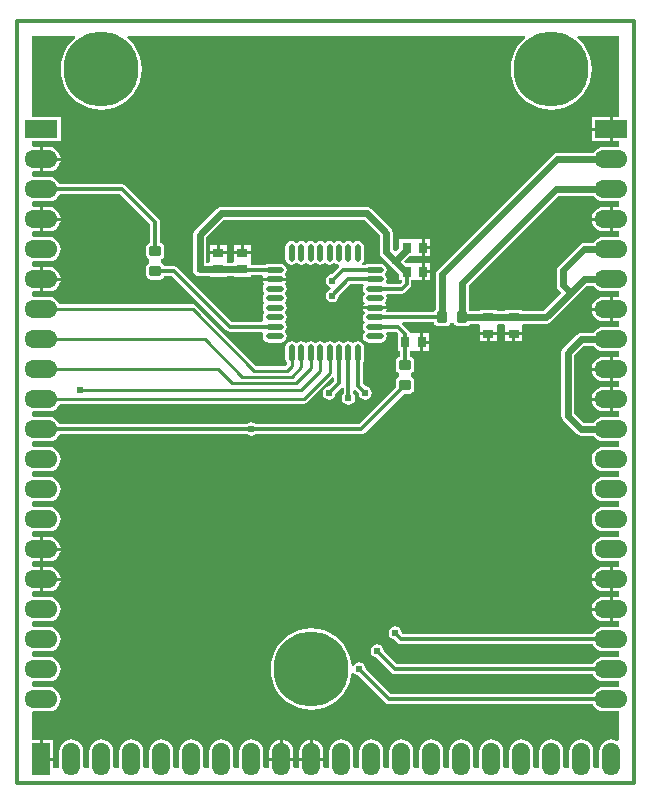
<source format=gtl>
G04*
G04 #@! TF.GenerationSoftware,Altium Limited,Altium Designer,19.0.12 (326)*
G04*
G04 Layer_Physical_Order=1*
G04 Layer_Color=255*
%FSLAX25Y25*%
%MOIN*%
G70*
G01*
G75*
%ADD12C,0.01181*%
%ADD14C,0.01000*%
%ADD17O,0.05906X0.02165*%
%ADD18O,0.02165X0.05906*%
G04:AMPARAMS|DCode=19|XSize=39.37mil|YSize=35.43mil|CornerRadius=4.43mil|HoleSize=0mil|Usage=FLASHONLY|Rotation=180.000|XOffset=0mil|YOffset=0mil|HoleType=Round|Shape=RoundedRectangle|*
%AMROUNDEDRECTD19*
21,1,0.03937,0.02657,0,0,180.0*
21,1,0.03051,0.03543,0,0,180.0*
1,1,0.00886,-0.01526,0.01329*
1,1,0.00886,0.01526,0.01329*
1,1,0.00886,0.01526,-0.01329*
1,1,0.00886,-0.01526,-0.01329*
%
%ADD19ROUNDEDRECTD19*%
%ADD20R,0.02953X0.03740*%
%ADD21R,0.03740X0.02953*%
G04:AMPARAMS|DCode=22|XSize=39.37mil|YSize=35.43mil|CornerRadius=4.43mil|HoleSize=0mil|Usage=FLASHONLY|Rotation=90.000|XOffset=0mil|YOffset=0mil|HoleType=Round|Shape=RoundedRectangle|*
%AMROUNDEDRECTD22*
21,1,0.03937,0.02657,0,0,90.0*
21,1,0.03051,0.03543,0,0,90.0*
1,1,0.00886,0.01329,0.01526*
1,1,0.00886,0.01329,-0.01526*
1,1,0.00886,-0.01329,-0.01526*
1,1,0.00886,-0.01329,0.01526*
%
%ADD22ROUNDEDRECTD22*%
%ADD34C,0.02200*%
%ADD35C,0.01200*%
%ADD36C,0.25000*%
%ADD37R,0.11000X0.06000*%
%ADD38O,0.11000X0.06000*%
%ADD39R,0.06000X0.11000*%
%ADD40O,0.06000X0.11000*%
%ADD41C,0.03400*%
%ADD42C,0.02400*%
G36*
X200457Y222000D02*
X198500D01*
Y218000D01*
Y214000D01*
X200457D01*
Y212035D01*
X195500D01*
X194456Y211897D01*
X193483Y211494D01*
X192647Y210853D01*
X192101Y210141D01*
X180000D01*
X179181Y209978D01*
X178486Y209514D01*
X140139Y171168D01*
X139675Y170473D01*
X139512Y169653D01*
Y157994D01*
X139285Y157842D01*
X138966Y157364D01*
X138875Y156907D01*
X123314D01*
X122994Y157507D01*
X123064Y157613D01*
X123126Y157925D01*
X119232D01*
X115338D01*
X115400Y157613D01*
X115861Y156924D01*
Y156777D01*
X115400Y156088D01*
X115239Y155276D01*
X115400Y154463D01*
X115861Y153774D01*
Y153628D01*
X115400Y152939D01*
X115239Y152126D01*
X115400Y151313D01*
X115861Y150625D01*
Y150478D01*
X115400Y149789D01*
X115239Y148976D01*
X115400Y148164D01*
X115861Y147475D01*
X116550Y147014D01*
X117362Y146853D01*
X121102D01*
X121915Y147014D01*
X122604Y147475D01*
X123064Y148164D01*
X123226Y148976D01*
X123064Y149789D01*
X122994Y149895D01*
X123314Y150495D01*
X126198D01*
X126402Y150291D01*
X126768Y149870D01*
X126768D01*
X126768Y149870D01*
Y144130D01*
X127613D01*
Y142125D01*
X127155Y142034D01*
X126678Y141716D01*
X126359Y141238D01*
X126247Y140675D01*
Y138018D01*
X126359Y137455D01*
X126678Y136977D01*
X127155Y136659D01*
X127276Y136635D01*
Y135365D01*
X127155Y135342D01*
X126678Y135023D01*
X126359Y134545D01*
X126247Y133982D01*
Y131964D01*
X113915Y119631D01*
X79518D01*
X78858Y120072D01*
X78000Y120243D01*
X77142Y120072D01*
X76482Y119631D01*
X14154D01*
X13994Y120017D01*
X13353Y120853D01*
X12517Y121494D01*
X11544Y121897D01*
X10500Y122035D01*
X5500D01*
X5494Y122034D01*
X5043Y122429D01*
Y123571D01*
X5494Y123966D01*
X5500Y123966D01*
X10500D01*
X11544Y124103D01*
X12517Y124506D01*
X13353Y125147D01*
X13994Y125983D01*
X14196Y126471D01*
X95500D01*
X96085Y126587D01*
X96581Y126919D01*
X104993Y135330D01*
X105593Y135099D01*
Y133900D01*
X103920Y132227D01*
X103142Y132072D01*
X102414Y131586D01*
X101928Y130858D01*
X101757Y130000D01*
X101928Y129142D01*
X102414Y128414D01*
X103142Y127928D01*
X104000Y127757D01*
X104858Y127928D01*
X105586Y128414D01*
X106072Y129142D01*
X106227Y129920D01*
X108143Y131836D01*
X108743Y131587D01*
Y129892D01*
X108302Y129232D01*
X108131Y128374D01*
X108302Y127516D01*
X108788Y126788D01*
X109516Y126302D01*
X110374Y126131D01*
X111232Y126302D01*
X111960Y126788D01*
X112446Y127516D01*
X112617Y128374D01*
X112446Y129232D01*
X112005Y129892D01*
Y130839D01*
X112605Y131088D01*
X113773Y129920D01*
X113928Y129142D01*
X114414Y128414D01*
X115142Y127928D01*
X116000Y127757D01*
X116858Y127928D01*
X117586Y128414D01*
X118072Y129142D01*
X118243Y130000D01*
X118072Y130858D01*
X117586Y131586D01*
X116858Y132072D01*
X116080Y132227D01*
X115155Y133152D01*
Y140090D01*
X115485Y140585D01*
X115647Y141398D01*
Y145138D01*
X115485Y145950D01*
X115025Y146639D01*
X114336Y147100D01*
X113524Y147261D01*
X112711Y147100D01*
X112022Y146639D01*
X111875D01*
X111187Y147100D01*
X110374Y147261D01*
X109561Y147100D01*
X108872Y146639D01*
X108726D01*
X108037Y147100D01*
X107224Y147261D01*
X106412Y147100D01*
X105723Y146639D01*
X105576D01*
X104887Y147100D01*
X104075Y147261D01*
X103262Y147100D01*
X102573Y146639D01*
X102427D01*
X101738Y147100D01*
X100925Y147261D01*
X100113Y147100D01*
X99424Y146639D01*
X99277D01*
X98588Y147100D01*
X97776Y147261D01*
X96963Y147100D01*
X96274Y146639D01*
X96127D01*
X95439Y147100D01*
X94626Y147261D01*
X93813Y147100D01*
X93125Y146639D01*
X92978D01*
X92289Y147100D01*
X91476Y147261D01*
X90664Y147100D01*
X89975Y146639D01*
X89514Y145950D01*
X89353Y145138D01*
Y141398D01*
X89514Y140585D01*
X89947Y139938D01*
Y139610D01*
X89367Y139029D01*
X79633D01*
X59581Y159081D01*
X59085Y159413D01*
X58500Y159529D01*
X14196D01*
X13994Y160017D01*
X13353Y160853D01*
X12517Y161494D01*
X11544Y161897D01*
X10500Y162034D01*
X5500D01*
X5494Y162034D01*
X5043Y162429D01*
Y163571D01*
X5494Y163966D01*
X5500Y163965D01*
X7500D01*
Y168000D01*
Y172035D01*
X5500D01*
X5494Y172034D01*
X5043Y172429D01*
Y173571D01*
X5494Y173966D01*
X5500Y173966D01*
X10500D01*
X11544Y174103D01*
X12517Y174506D01*
X13353Y175147D01*
X13994Y175983D01*
X14397Y176956D01*
X14535Y178000D01*
X14397Y179044D01*
X13994Y180017D01*
X13353Y180853D01*
X12517Y181494D01*
X11544Y181897D01*
X10500Y182035D01*
X5500D01*
X5494Y182034D01*
X5043Y182429D01*
Y183571D01*
X5494Y183966D01*
X5500Y183966D01*
X7500D01*
Y188000D01*
Y192034D01*
X5500D01*
X5494Y192034D01*
X5043Y192429D01*
Y193571D01*
X5494Y193966D01*
X5500Y193965D01*
X10500D01*
X11544Y194103D01*
X12517Y194506D01*
X13353Y195147D01*
X13994Y195983D01*
X14154Y196369D01*
X34324D01*
X44369Y186324D01*
Y180125D01*
X43911Y180034D01*
X43434Y179716D01*
X43115Y179238D01*
X43003Y178675D01*
Y176018D01*
X43115Y175455D01*
X43434Y174977D01*
X43911Y174659D01*
X44032Y174635D01*
Y173365D01*
X43911Y173342D01*
X43434Y173023D01*
X43115Y172545D01*
X43003Y171982D01*
Y169325D01*
X43115Y168762D01*
X43434Y168284D01*
X43911Y167966D01*
X44474Y167854D01*
X47526D01*
X48089Y167966D01*
X48566Y168284D01*
X48885Y168762D01*
X48937Y169022D01*
X51671D01*
X69721Y150972D01*
X70250Y150619D01*
X70874Y150495D01*
X81686D01*
X82006Y149895D01*
X81936Y149789D01*
X81774Y148976D01*
X81936Y148164D01*
X82396Y147475D01*
X83085Y147014D01*
X83898Y146853D01*
X87638D01*
X88450Y147014D01*
X89139Y147475D01*
X89600Y148164D01*
X89761Y148976D01*
X89600Y149789D01*
X89139Y150478D01*
Y150625D01*
X89600Y151313D01*
X89761Y152126D01*
X89600Y152939D01*
X89139Y153628D01*
Y153774D01*
X89600Y154463D01*
X89761Y155276D01*
X89600Y156088D01*
X89139Y156777D01*
Y156924D01*
X89600Y157613D01*
X89761Y158425D01*
X89600Y159238D01*
X89139Y159927D01*
Y160073D01*
X89600Y160762D01*
X89761Y161575D01*
X89600Y162387D01*
X89139Y163076D01*
Y163223D01*
X89600Y163912D01*
X89761Y164724D01*
X89600Y165537D01*
X89139Y166226D01*
Y166373D01*
X89600Y167061D01*
X89662Y167374D01*
X85768D01*
X81874D01*
X81936Y167061D01*
X82396Y166373D01*
Y166226D01*
X81936Y165537D01*
X81774Y164724D01*
X81936Y163912D01*
X82396Y163223D01*
Y163076D01*
X81936Y162387D01*
X81774Y161575D01*
X81936Y160762D01*
X82396Y160073D01*
Y159927D01*
X81936Y159238D01*
X81774Y158425D01*
X81936Y157613D01*
X82396Y156924D01*
Y156777D01*
X81936Y156088D01*
X81774Y155276D01*
X81936Y154463D01*
X82006Y154357D01*
X81686Y153757D01*
X71550D01*
X53500Y171807D01*
X52971Y172161D01*
X52346Y172285D01*
X48937D01*
X48885Y172545D01*
X48566Y173023D01*
X48089Y173342D01*
X47969Y173365D01*
Y174635D01*
X48089Y174659D01*
X48566Y174977D01*
X48885Y175455D01*
X48997Y176018D01*
Y178675D01*
X48885Y179238D01*
X48566Y179716D01*
X48089Y180034D01*
X47631Y180125D01*
Y187000D01*
X47507Y187624D01*
X47153Y188154D01*
X36154Y199153D01*
X35624Y199507D01*
X35000Y199631D01*
X14154D01*
X13994Y200017D01*
X13353Y200853D01*
X12517Y201494D01*
X11544Y201897D01*
X10500Y202034D01*
X5500D01*
X5494Y202034D01*
X5043Y202429D01*
Y203571D01*
X5494Y203966D01*
X5500Y203965D01*
X7500D01*
Y208000D01*
Y212035D01*
X5500D01*
X5494Y212034D01*
X5043Y212429D01*
Y214000D01*
X14500D01*
Y222000D01*
X5043D01*
Y248957D01*
X19118D01*
X19340Y248357D01*
X18425Y247575D01*
X17044Y245960D01*
X15934Y244148D01*
X15121Y242185D01*
X14625Y240118D01*
X14458Y238000D01*
X14625Y235882D01*
X15121Y233815D01*
X15934Y231852D01*
X17044Y230040D01*
X18425Y228425D01*
X20040Y227045D01*
X21852Y225934D01*
X23815Y225121D01*
X25882Y224625D01*
X28000Y224458D01*
X30118Y224625D01*
X32185Y225121D01*
X34148Y225934D01*
X35960Y227045D01*
X37576Y228425D01*
X38956Y230040D01*
X40066Y231852D01*
X40879Y233815D01*
X41375Y235882D01*
X41542Y238000D01*
X41375Y240118D01*
X40879Y242185D01*
X40066Y244148D01*
X38956Y245960D01*
X37576Y247575D01*
X36661Y248357D01*
X36882Y248957D01*
X169118D01*
X169340Y248357D01*
X168424Y247575D01*
X167044Y245960D01*
X165934Y244148D01*
X165121Y242185D01*
X164625Y240118D01*
X164458Y238000D01*
X164625Y235882D01*
X165121Y233815D01*
X165934Y231852D01*
X167044Y230040D01*
X168424Y228425D01*
X170040Y227045D01*
X171852Y225934D01*
X173815Y225121D01*
X175882Y224625D01*
X178000Y224458D01*
X180118Y224625D01*
X182185Y225121D01*
X184148Y225934D01*
X185960Y227045D01*
X187575Y228425D01*
X188955Y230040D01*
X190066Y231852D01*
X190879Y233815D01*
X191375Y235882D01*
X191542Y238000D01*
X191375Y240118D01*
X190879Y242185D01*
X190066Y244148D01*
X188955Y245960D01*
X187575Y247575D01*
X186661Y248357D01*
X186882Y248957D01*
X200457D01*
Y222000D01*
D02*
G37*
G36*
X192647Y195147D02*
X193483Y194506D01*
X194456Y194103D01*
X195500Y193965D01*
X200457D01*
Y192034D01*
X198500D01*
Y188000D01*
Y183966D01*
X200457D01*
Y182035D01*
X195500D01*
X194456Y181897D01*
X193483Y181494D01*
X192647Y180853D01*
X192101Y180141D01*
X189000D01*
X188181Y179978D01*
X187486Y179514D01*
X180486Y172514D01*
X180022Y171819D01*
X179859Y171000D01*
Y166000D01*
X180022Y165181D01*
X180486Y164486D01*
X181472Y163500D01*
X175389Y157417D01*
X168370D01*
Y157752D01*
X162630D01*
Y157417D01*
X159870D01*
Y157752D01*
X154130D01*
Y157417D01*
X150999D01*
X150715Y157842D01*
X150488Y157994D01*
Y165960D01*
X180387Y195859D01*
X192101D01*
X192647Y195147D01*
D02*
G37*
G36*
Y165147D02*
X193483Y164506D01*
X194456Y164103D01*
X195500Y163965D01*
X200457D01*
Y162034D01*
X198500D01*
Y158000D01*
Y153965D01*
X200457D01*
Y152034D01*
X195500D01*
X194456Y151897D01*
X193483Y151494D01*
X192647Y150853D01*
X192101Y150141D01*
X188000D01*
X187181Y149978D01*
X186486Y149514D01*
X181986Y145014D01*
X181522Y144319D01*
X181359Y143500D01*
Y122500D01*
X181522Y121681D01*
X181986Y120986D01*
X186486Y116486D01*
X187181Y116022D01*
X188000Y115859D01*
X192101D01*
X192647Y115147D01*
X193483Y114506D01*
X194456Y114103D01*
X195500Y113965D01*
X200457D01*
Y112034D01*
X195500D01*
X194456Y111897D01*
X193483Y111494D01*
X192647Y110853D01*
X192006Y110017D01*
X191603Y109044D01*
X191465Y108000D01*
X191603Y106956D01*
X192006Y105983D01*
X192647Y105147D01*
X193483Y104506D01*
X194456Y104103D01*
X195500Y103965D01*
X200457D01*
Y102034D01*
X195500D01*
X194456Y101897D01*
X193483Y101494D01*
X192647Y100853D01*
X192006Y100017D01*
X191603Y99044D01*
X191465Y98000D01*
X191603Y96956D01*
X192006Y95983D01*
X192647Y95147D01*
X193483Y94506D01*
X194456Y94103D01*
X195500Y93966D01*
X200457D01*
Y92035D01*
X195500D01*
X194456Y91897D01*
X193483Y91494D01*
X192647Y90853D01*
X192006Y90017D01*
X191603Y89044D01*
X191465Y88000D01*
X191603Y86956D01*
X192006Y85983D01*
X192647Y85147D01*
X193483Y84506D01*
X194456Y84103D01*
X195500Y83965D01*
X200457D01*
Y82034D01*
X195500D01*
X194456Y81897D01*
X193483Y81494D01*
X192647Y80853D01*
X192006Y80017D01*
X191603Y79044D01*
X191465Y78000D01*
X191603Y76956D01*
X192006Y75983D01*
X192647Y75147D01*
X193483Y74506D01*
X194456Y74103D01*
X195500Y73966D01*
X200457D01*
Y72035D01*
X198500D01*
Y68000D01*
Y63965D01*
X200457D01*
Y62034D01*
X198500D01*
Y58000D01*
Y53966D01*
X200457D01*
Y52034D01*
X195500D01*
X194456Y51897D01*
X193483Y51494D01*
X192647Y50853D01*
X192006Y50017D01*
X191846Y49631D01*
X128676D01*
X128227Y50080D01*
X128072Y50858D01*
X127586Y51586D01*
X126858Y52072D01*
X126000Y52243D01*
X125142Y52072D01*
X124414Y51586D01*
X123928Y50858D01*
X123757Y50000D01*
X123928Y49142D01*
X124414Y48414D01*
X125142Y47928D01*
X125920Y47773D01*
X126847Y46847D01*
X127376Y46493D01*
X128000Y46369D01*
X191846D01*
X192006Y45983D01*
X192647Y45147D01*
X193483Y44506D01*
X194456Y44103D01*
X195500Y43966D01*
X200457D01*
Y42035D01*
X195500D01*
X194456Y41897D01*
X193483Y41494D01*
X192647Y40853D01*
X192006Y40017D01*
X191846Y39631D01*
X126676D01*
X122227Y44080D01*
X122072Y44858D01*
X121586Y45586D01*
X120858Y46072D01*
X120000Y46243D01*
X119142Y46072D01*
X118414Y45586D01*
X117928Y44858D01*
X117757Y44000D01*
X117928Y43142D01*
X118414Y42414D01*
X119142Y41928D01*
X119920Y41773D01*
X124846Y36847D01*
X125376Y36493D01*
X126000Y36369D01*
X191846D01*
X192006Y35983D01*
X192647Y35147D01*
X193483Y34506D01*
X194456Y34103D01*
X195500Y33966D01*
X200457D01*
Y32035D01*
X195500D01*
X194456Y31897D01*
X193483Y31494D01*
X192647Y30853D01*
X192006Y30017D01*
X191846Y29631D01*
X124676D01*
X116227Y38080D01*
X116072Y38858D01*
X115586Y39586D01*
X114858Y40072D01*
X114000Y40243D01*
X113142Y40072D01*
X112414Y39586D01*
X112060Y39057D01*
X111446Y39217D01*
X111375Y40118D01*
X110879Y42185D01*
X110066Y44148D01*
X108956Y45960D01*
X107576Y47576D01*
X105960Y48956D01*
X104148Y50066D01*
X102185Y50879D01*
X100118Y51375D01*
X98000Y51542D01*
X95882Y51375D01*
X93815Y50879D01*
X91852Y50066D01*
X90040Y48956D01*
X88424Y47576D01*
X87045Y45960D01*
X85934Y44148D01*
X85121Y42185D01*
X84625Y40118D01*
X84458Y38000D01*
X84625Y35882D01*
X85121Y33815D01*
X85934Y31852D01*
X87045Y30040D01*
X88424Y28425D01*
X90040Y27044D01*
X91852Y25934D01*
X93815Y25121D01*
X95882Y24625D01*
X98000Y24458D01*
X100118Y24625D01*
X102185Y25121D01*
X104148Y25934D01*
X105960Y27044D01*
X107576Y28425D01*
X108956Y30040D01*
X110066Y31852D01*
X110879Y33815D01*
X111375Y35882D01*
X111446Y36783D01*
X112060Y36943D01*
X112414Y36414D01*
X113142Y35928D01*
X113920Y35773D01*
X122846Y26847D01*
X123376Y26493D01*
X124000Y26369D01*
X124000Y26369D01*
X191846D01*
X192006Y25983D01*
X192647Y25147D01*
X193483Y24506D01*
X194456Y24103D01*
X195500Y23966D01*
X200457D01*
Y14338D01*
X199857Y14060D01*
X199044Y14397D01*
X198000Y14535D01*
X196956Y14397D01*
X195983Y13994D01*
X195147Y13353D01*
X194506Y12517D01*
X194103Y11544D01*
X193965Y10500D01*
Y5500D01*
X193966Y5494D01*
X193571Y5043D01*
X192429D01*
X192034Y5494D01*
X192034Y5500D01*
Y10500D01*
X191897Y11544D01*
X191494Y12517D01*
X190853Y13353D01*
X190017Y13994D01*
X189044Y14397D01*
X188000Y14535D01*
X186956Y14397D01*
X185983Y13994D01*
X185147Y13353D01*
X184506Y12517D01*
X184103Y11544D01*
X183966Y10500D01*
Y5500D01*
X183966Y5494D01*
X183571Y5043D01*
X182429D01*
X182034Y5494D01*
X182035Y5500D01*
Y10500D01*
X181897Y11544D01*
X181494Y12517D01*
X180853Y13353D01*
X180017Y13994D01*
X179044Y14397D01*
X178000Y14535D01*
X176956Y14397D01*
X175983Y13994D01*
X175147Y13353D01*
X174506Y12517D01*
X174103Y11544D01*
X173966Y10500D01*
Y5500D01*
X173966Y5494D01*
X173571Y5043D01*
X172429D01*
X172034Y5494D01*
X172035Y5500D01*
Y10500D01*
X171897Y11544D01*
X171494Y12517D01*
X170853Y13353D01*
X170017Y13994D01*
X169044Y14397D01*
X168000Y14535D01*
X166956Y14397D01*
X165983Y13994D01*
X165147Y13353D01*
X164506Y12517D01*
X164103Y11544D01*
X163965Y10500D01*
Y5500D01*
X163966Y5494D01*
X163571Y5043D01*
X162429D01*
X162034Y5494D01*
X162034Y5500D01*
Y10500D01*
X161897Y11544D01*
X161494Y12517D01*
X160853Y13353D01*
X160017Y13994D01*
X159044Y14397D01*
X158000Y14535D01*
X156956Y14397D01*
X155983Y13994D01*
X155147Y13353D01*
X154506Y12517D01*
X154103Y11544D01*
X153965Y10500D01*
Y5500D01*
X153966Y5494D01*
X153571Y5043D01*
X152429D01*
X152034Y5494D01*
X152034Y5500D01*
Y10500D01*
X151897Y11544D01*
X151494Y12517D01*
X150853Y13353D01*
X150017Y13994D01*
X149044Y14397D01*
X148000Y14535D01*
X146956Y14397D01*
X145983Y13994D01*
X145147Y13353D01*
X144506Y12517D01*
X144103Y11544D01*
X143965Y10500D01*
Y5500D01*
X143966Y5494D01*
X143571Y5043D01*
X142429D01*
X142034Y5494D01*
X142034Y5500D01*
Y10500D01*
X141897Y11544D01*
X141494Y12517D01*
X140853Y13353D01*
X140017Y13994D01*
X139044Y14397D01*
X138000Y14535D01*
X136956Y14397D01*
X135983Y13994D01*
X135147Y13353D01*
X134506Y12517D01*
X134103Y11544D01*
X133966Y10500D01*
Y5500D01*
X133966Y5494D01*
X133571Y5043D01*
X132429D01*
X132034Y5494D01*
X132035Y5500D01*
Y10500D01*
X131897Y11544D01*
X131494Y12517D01*
X130853Y13353D01*
X130017Y13994D01*
X129044Y14397D01*
X128000Y14535D01*
X126956Y14397D01*
X125983Y13994D01*
X125147Y13353D01*
X124506Y12517D01*
X124103Y11544D01*
X123966Y10500D01*
Y5500D01*
X123966Y5494D01*
X123571Y5043D01*
X122429D01*
X122034Y5494D01*
X122035Y5500D01*
Y10500D01*
X121897Y11544D01*
X121494Y12517D01*
X120853Y13353D01*
X120017Y13994D01*
X119044Y14397D01*
X118000Y14535D01*
X116956Y14397D01*
X115983Y13994D01*
X115147Y13353D01*
X114506Y12517D01*
X114103Y11544D01*
X113965Y10500D01*
Y5500D01*
X113966Y5494D01*
X113571Y5043D01*
X112429D01*
X112034Y5494D01*
X112034Y5500D01*
Y10500D01*
X111897Y11544D01*
X111494Y12517D01*
X110853Y13353D01*
X110017Y13994D01*
X109044Y14397D01*
X108000Y14535D01*
X106956Y14397D01*
X105983Y13994D01*
X105147Y13353D01*
X104506Y12517D01*
X104103Y11544D01*
X103965Y10500D01*
Y5500D01*
X103966Y5494D01*
X103571Y5043D01*
X102429D01*
X102034Y5494D01*
X102034Y5500D01*
Y7500D01*
X98000D01*
X93966D01*
Y5500D01*
X93966Y5494D01*
X93571Y5043D01*
X92429D01*
X92034Y5494D01*
X92035Y5500D01*
Y7500D01*
X88000D01*
X83965D01*
Y5500D01*
X83966Y5494D01*
X83571Y5043D01*
X82429D01*
X82034Y5494D01*
X82034Y5500D01*
Y10500D01*
X81897Y11544D01*
X81494Y12517D01*
X80853Y13353D01*
X80017Y13994D01*
X79044Y14397D01*
X78000Y14535D01*
X76956Y14397D01*
X75983Y13994D01*
X75147Y13353D01*
X74506Y12517D01*
X74103Y11544D01*
X73966Y10500D01*
Y5500D01*
X73966Y5494D01*
X73571Y5043D01*
X72429D01*
X72034Y5494D01*
X72035Y5500D01*
Y10500D01*
X71897Y11544D01*
X71494Y12517D01*
X70853Y13353D01*
X70017Y13994D01*
X69044Y14397D01*
X68000Y14535D01*
X66956Y14397D01*
X65983Y13994D01*
X65147Y13353D01*
X64506Y12517D01*
X64103Y11544D01*
X63965Y10500D01*
Y5500D01*
X63966Y5494D01*
X63571Y5043D01*
X62429D01*
X62034Y5494D01*
X62034Y5500D01*
Y10500D01*
X61897Y11544D01*
X61494Y12517D01*
X60853Y13353D01*
X60017Y13994D01*
X59044Y14397D01*
X58000Y14535D01*
X56956Y14397D01*
X55983Y13994D01*
X55147Y13353D01*
X54506Y12517D01*
X54103Y11544D01*
X53966Y10500D01*
Y5500D01*
X53966Y5494D01*
X53571Y5043D01*
X52429D01*
X52034Y5494D01*
X52034Y5500D01*
Y10500D01*
X51897Y11544D01*
X51494Y12517D01*
X50853Y13353D01*
X50017Y13994D01*
X49044Y14397D01*
X48000Y14535D01*
X46956Y14397D01*
X45983Y13994D01*
X45147Y13353D01*
X44506Y12517D01*
X44103Y11544D01*
X43966Y10500D01*
Y5500D01*
X43966Y5494D01*
X43571Y5043D01*
X42429D01*
X42034Y5494D01*
X42035Y5500D01*
Y10500D01*
X41897Y11544D01*
X41494Y12517D01*
X40853Y13353D01*
X40017Y13994D01*
X39044Y14397D01*
X38000Y14535D01*
X36956Y14397D01*
X35983Y13994D01*
X35147Y13353D01*
X34506Y12517D01*
X34103Y11544D01*
X33966Y10500D01*
Y5500D01*
X33966Y5494D01*
X33571Y5043D01*
X32429D01*
X32034Y5494D01*
X32035Y5500D01*
Y10500D01*
X31897Y11544D01*
X31494Y12517D01*
X30853Y13353D01*
X30017Y13994D01*
X29044Y14397D01*
X28000Y14535D01*
X26956Y14397D01*
X25983Y13994D01*
X25147Y13353D01*
X24506Y12517D01*
X24103Y11544D01*
X23966Y10500D01*
Y5500D01*
X23966Y5494D01*
X23571Y5043D01*
X22429D01*
X22034Y5494D01*
X22035Y5500D01*
Y10500D01*
X21897Y11544D01*
X21494Y12517D01*
X20853Y13353D01*
X20017Y13994D01*
X19044Y14397D01*
X18000Y14535D01*
X16956Y14397D01*
X15983Y13994D01*
X15147Y13353D01*
X14506Y12517D01*
X14103Y11544D01*
X13965Y10500D01*
Y5500D01*
X13966Y5494D01*
X13571Y5043D01*
X12000D01*
Y7500D01*
X8000D01*
Y8000D01*
X7500D01*
Y14500D01*
X5043D01*
Y23571D01*
X5494Y23966D01*
X5500Y23966D01*
X10500D01*
X11544Y24103D01*
X12517Y24506D01*
X13353Y25147D01*
X13994Y25983D01*
X14397Y26956D01*
X14535Y28000D01*
X14397Y29044D01*
X13994Y30017D01*
X13353Y30853D01*
X12517Y31494D01*
X11544Y31897D01*
X10500Y32035D01*
X5500D01*
X5494Y32034D01*
X5043Y32429D01*
Y33571D01*
X5494Y33966D01*
X5500Y33966D01*
X10500D01*
X11544Y34103D01*
X12517Y34506D01*
X13353Y35147D01*
X13994Y35983D01*
X14397Y36956D01*
X14535Y38000D01*
X14397Y39044D01*
X13994Y40017D01*
X13353Y40853D01*
X12517Y41494D01*
X11544Y41897D01*
X10500Y42035D01*
X5500D01*
X5494Y42034D01*
X5043Y42429D01*
Y43571D01*
X5494Y43966D01*
X5500Y43966D01*
X10500D01*
X11544Y44103D01*
X12517Y44506D01*
X13353Y45147D01*
X13994Y45983D01*
X14397Y46956D01*
X14535Y48000D01*
X14397Y49044D01*
X13994Y50017D01*
X13353Y50853D01*
X12517Y51494D01*
X11544Y51897D01*
X10500Y52034D01*
X5500D01*
X5494Y52034D01*
X5043Y52429D01*
Y53571D01*
X5494Y53966D01*
X5500Y53966D01*
X10500D01*
X11544Y54103D01*
X12517Y54506D01*
X13353Y55147D01*
X13994Y55983D01*
X14397Y56956D01*
X14535Y58000D01*
X14397Y59044D01*
X13994Y60017D01*
X13353Y60853D01*
X12517Y61494D01*
X11544Y61897D01*
X10500Y62034D01*
X5500D01*
X5494Y62034D01*
X5043Y62429D01*
Y63571D01*
X5494Y63966D01*
X5500Y63965D01*
X7500D01*
Y68000D01*
Y72035D01*
X5500D01*
X5494Y72034D01*
X5043Y72429D01*
Y73571D01*
X5494Y73966D01*
X5500Y73966D01*
X7500D01*
Y78000D01*
Y82034D01*
X5500D01*
X5494Y82034D01*
X5043Y82429D01*
Y83571D01*
X5494Y83966D01*
X5500Y83965D01*
X10500D01*
X11544Y84103D01*
X12517Y84506D01*
X13353Y85147D01*
X13994Y85983D01*
X14397Y86956D01*
X14535Y88000D01*
X14397Y89044D01*
X13994Y90017D01*
X13353Y90853D01*
X12517Y91494D01*
X11544Y91897D01*
X10500Y92035D01*
X5500D01*
X5494Y92034D01*
X5043Y92429D01*
Y93571D01*
X5494Y93966D01*
X5500Y93966D01*
X10500D01*
X11544Y94103D01*
X12517Y94506D01*
X13353Y95147D01*
X13994Y95983D01*
X14397Y96956D01*
X14535Y98000D01*
X14397Y99044D01*
X13994Y100017D01*
X13353Y100853D01*
X12517Y101494D01*
X11544Y101897D01*
X10500Y102034D01*
X5500D01*
X5494Y102034D01*
X5043Y102429D01*
Y103571D01*
X5494Y103966D01*
X5500Y103965D01*
X10500D01*
X11544Y104103D01*
X12517Y104506D01*
X13353Y105147D01*
X13994Y105983D01*
X14397Y106956D01*
X14535Y108000D01*
X14397Y109044D01*
X13994Y110017D01*
X13353Y110853D01*
X12517Y111494D01*
X11544Y111897D01*
X10500Y112034D01*
X5500D01*
X5494Y112034D01*
X5043Y112429D01*
Y113571D01*
X5494Y113966D01*
X5500Y113965D01*
X10500D01*
X11544Y114103D01*
X12517Y114506D01*
X13353Y115147D01*
X13994Y115983D01*
X14154Y116369D01*
X76482D01*
X77142Y115928D01*
X78000Y115757D01*
X78858Y115928D01*
X79518Y116369D01*
X114591D01*
X115215Y116493D01*
X115744Y116847D01*
X128751Y129854D01*
X130770D01*
X131333Y129966D01*
X131810Y130285D01*
X132129Y130762D01*
X132241Y131325D01*
Y133982D01*
X132129Y134545D01*
X131810Y135023D01*
X131333Y135342D01*
X131213Y135365D01*
Y136635D01*
X131333Y136659D01*
X131810Y136977D01*
X132129Y137455D01*
X132241Y138018D01*
Y140675D01*
X132129Y141238D01*
X131810Y141716D01*
X131333Y142034D01*
X130875Y142125D01*
Y144130D01*
X131679D01*
X131720Y144130D01*
X132280D01*
X132320Y144130D01*
X134256D01*
Y147000D01*
Y149870D01*
X132320D01*
X132280Y149870D01*
X131720D01*
X131679Y149870D01*
X130853D01*
X130751Y150380D01*
X130398Y150909D01*
X128263Y153044D01*
X128511Y153644D01*
X138875D01*
X138966Y153187D01*
X139285Y152710D01*
X139762Y152391D01*
X140325Y152279D01*
X142982D01*
X143545Y152391D01*
X144023Y152710D01*
X144342Y153187D01*
X144365Y153307D01*
X145635D01*
X145659Y153187D01*
X145977Y152710D01*
X146455Y152391D01*
X147018Y152279D01*
X149675D01*
X150238Y152391D01*
X150715Y152710D01*
X150999Y153134D01*
X153652D01*
X154130Y152799D01*
Y152240D01*
X154130Y152199D01*
Y150264D01*
X159870D01*
Y152199D01*
X159870Y152240D01*
Y152799D01*
X160348Y153134D01*
X162152D01*
X162630Y152799D01*
Y152240D01*
X162630Y152199D01*
Y150264D01*
X168370D01*
Y152199D01*
X168370Y152240D01*
Y152799D01*
X168848Y153134D01*
X176276D01*
X177095Y153297D01*
X177790Y153762D01*
X186014Y161986D01*
X186014Y161986D01*
X189887Y165859D01*
X192101D01*
X192647Y165147D01*
D02*
G37*
G36*
Y145147D02*
X193483Y144506D01*
X194456Y144103D01*
X195500Y143965D01*
X200457D01*
Y142034D01*
X198500D01*
Y138000D01*
Y133966D01*
X200457D01*
Y132035D01*
X198500D01*
Y128000D01*
Y123966D01*
X200457D01*
Y122035D01*
X195500D01*
X194456Y121897D01*
X193483Y121494D01*
X192647Y120853D01*
X192101Y120141D01*
X188887D01*
X185641Y123387D01*
Y142613D01*
X188887Y145859D01*
X192101D01*
X192647Y145147D01*
D02*
G37*
%LPC*%
G36*
X197500Y222000D02*
X191500D01*
Y218500D01*
X197500D01*
Y222000D01*
D02*
G37*
G36*
Y217500D02*
X191500D01*
Y214000D01*
X197500D01*
Y217500D01*
D02*
G37*
G36*
X10500Y212035D02*
X8500D01*
Y208500D01*
X14469D01*
X14397Y209044D01*
X13994Y210017D01*
X13353Y210853D01*
X12517Y211494D01*
X11544Y211897D01*
X10500Y212035D01*
D02*
G37*
G36*
X14469Y207500D02*
X8500D01*
Y203965D01*
X10500D01*
X11544Y204103D01*
X12517Y204506D01*
X13353Y205147D01*
X13994Y205983D01*
X14397Y206956D01*
X14469Y207500D01*
D02*
G37*
G36*
X10500Y192034D02*
X8500D01*
Y188500D01*
X14469D01*
X14397Y189044D01*
X13994Y190017D01*
X13353Y190853D01*
X12517Y191494D01*
X11544Y191897D01*
X10500Y192034D01*
D02*
G37*
G36*
X14469Y187500D02*
X8500D01*
Y183966D01*
X10500D01*
X11544Y184103D01*
X12517Y184506D01*
X13353Y185147D01*
X13994Y185983D01*
X14397Y186956D01*
X14469Y187500D01*
D02*
G37*
G36*
X135756Y181370D02*
Y179000D01*
X137732D01*
Y181370D01*
X135756D01*
D02*
G37*
G36*
X69870Y179232D02*
X67500D01*
Y177256D01*
X69870D01*
Y179232D01*
D02*
G37*
G36*
X77870D02*
X75500D01*
Y177256D01*
X77870D01*
Y179232D01*
D02*
G37*
G36*
X66500D02*
X64130D01*
Y177256D01*
X66500D01*
Y179232D01*
D02*
G37*
G36*
X74500D02*
X72130D01*
Y177256D01*
X74500D01*
Y179232D01*
D02*
G37*
G36*
X137732Y178000D02*
X135756D01*
Y175630D01*
X137732D01*
Y178000D01*
D02*
G37*
G36*
X135756Y173370D02*
Y171000D01*
X137732D01*
Y173370D01*
X135756D01*
D02*
G37*
G36*
X10500Y172035D02*
X8500D01*
Y168500D01*
X14469D01*
X14397Y169044D01*
X13994Y170017D01*
X13353Y170853D01*
X12517Y171494D01*
X11544Y171897D01*
X10500Y172035D01*
D02*
G37*
G36*
X137732Y170000D02*
X135756D01*
Y167630D01*
X137732D01*
Y170000D01*
D02*
G37*
G36*
X116500Y192141D02*
X68000D01*
X67181Y191978D01*
X66486Y191514D01*
X59242Y184270D01*
X58778Y183575D01*
X58615Y182756D01*
Y171757D01*
X58513Y171244D01*
X58684Y170386D01*
X59170Y169658D01*
X59898Y169172D01*
X60756Y169001D01*
X61269Y169103D01*
X64130D01*
Y168768D01*
X69870D01*
Y169103D01*
X72130D01*
Y168768D01*
X77870D01*
Y169392D01*
X81686D01*
X82006Y168792D01*
X81936Y168687D01*
X81874Y168374D01*
X85768D01*
X89662D01*
X89600Y168687D01*
X89139Y169376D01*
Y169522D01*
X89600Y170211D01*
X89761Y171024D01*
X89600Y171836D01*
X89139Y172525D01*
X88450Y172985D01*
X87638Y173147D01*
X83898D01*
X83085Y172985D01*
X82590Y172655D01*
X77870D01*
Y173679D01*
X77870Y173721D01*
Y174279D01*
X77870Y174320D01*
Y176256D01*
X75000D01*
X72130D01*
Y174320D01*
X72130Y174279D01*
Y173721D01*
X71652Y173385D01*
X70348D01*
X69870Y173721D01*
Y174279D01*
X69870Y174320D01*
Y176256D01*
X67000D01*
X64130D01*
Y174320D01*
X64130Y174279D01*
Y173721D01*
X63652Y173385D01*
X62897D01*
Y181869D01*
X68887Y187859D01*
X115613D01*
X120859Y182613D01*
Y177000D01*
X121022Y176181D01*
X121486Y175486D01*
X124124Y172848D01*
X124414Y172414D01*
X124848Y172124D01*
X127268Y169704D01*
Y167630D01*
X128113D01*
Y166920D01*
X127549Y166356D01*
X123314D01*
X122994Y166956D01*
X123064Y167061D01*
X123226Y167874D01*
X123064Y168687D01*
X122604Y169376D01*
Y169522D01*
X123064Y170211D01*
X123226Y171024D01*
X123064Y171836D01*
X122604Y172525D01*
X121915Y172985D01*
X121102Y173147D01*
X117362D01*
X116550Y172985D01*
X116055Y172655D01*
X115049D01*
X114867Y173255D01*
X115025Y173361D01*
X115485Y174050D01*
X115647Y174862D01*
Y178602D01*
X115485Y179415D01*
X115025Y180104D01*
X114336Y180564D01*
X113524Y180726D01*
X112711Y180564D01*
X112022Y180104D01*
X111875D01*
X111187Y180564D01*
X110374Y180726D01*
X109561Y180564D01*
X108872Y180104D01*
X108726D01*
X108037Y180564D01*
X107224Y180726D01*
X106412Y180564D01*
X105723Y180104D01*
X105576D01*
X104887Y180564D01*
X104075Y180726D01*
X103262Y180564D01*
X102573Y180104D01*
X102427D01*
X101738Y180564D01*
X100925Y180726D01*
X100113Y180564D01*
X99424Y180104D01*
X99277D01*
X98588Y180564D01*
X97776Y180726D01*
X96963Y180564D01*
X96274Y180104D01*
X96127D01*
X95439Y180564D01*
X94626Y180726D01*
X93813Y180564D01*
X93125Y180104D01*
X92978D01*
X92289Y180564D01*
X91476Y180726D01*
X90664Y180564D01*
X89975Y180104D01*
X89514Y179415D01*
X89353Y178602D01*
Y174862D01*
X89514Y174050D01*
X89975Y173361D01*
X90664Y172900D01*
X91476Y172739D01*
X92289Y172900D01*
X92978Y173361D01*
X93125D01*
X93813Y172900D01*
X94626Y172739D01*
X95439Y172900D01*
X96127Y173361D01*
X96274D01*
X96963Y172900D01*
X97776Y172739D01*
X98588Y172900D01*
X99277Y173361D01*
X99424D01*
X100113Y172900D01*
X100925Y172739D01*
X101738Y172900D01*
X102427Y173361D01*
X102573D01*
X103262Y172900D01*
X104075Y172739D01*
X104887Y172900D01*
X105576Y173361D01*
X105723D01*
X106412Y172900D01*
X107152Y172753D01*
X107293Y172473D01*
X107340Y172295D01*
X107344Y172151D01*
X104920Y169727D01*
X104142Y169572D01*
X103414Y169086D01*
X102928Y168358D01*
X102757Y167500D01*
X102928Y166642D01*
X103414Y165914D01*
X104142Y165428D01*
X104496Y164745D01*
X104456Y164635D01*
X104142Y164572D01*
X103414Y164086D01*
X102928Y163358D01*
X102757Y162500D01*
X102928Y161642D01*
X103414Y160914D01*
X104142Y160428D01*
X105000Y160257D01*
X105858Y160428D01*
X106586Y160914D01*
X107072Y161642D01*
X107227Y162420D01*
X111050Y166243D01*
X115150D01*
X115471Y165643D01*
X115400Y165537D01*
X115239Y164724D01*
X115400Y163912D01*
X115861Y163223D01*
Y163076D01*
X115400Y162387D01*
X115239Y161575D01*
X115400Y160762D01*
X115861Y160073D01*
Y159927D01*
X115400Y159238D01*
X115338Y158925D01*
X119232D01*
X123126D01*
X123064Y159238D01*
X122604Y159927D01*
Y160073D01*
X123064Y160762D01*
X123226Y161575D01*
X123064Y162387D01*
X122994Y162493D01*
X123314Y163093D01*
X128224D01*
X128849Y163217D01*
X129378Y163571D01*
X130898Y165091D01*
X131251Y165620D01*
X131375Y166244D01*
Y167630D01*
X132179D01*
X132220Y167630D01*
X132780D01*
X132820Y167630D01*
X134756D01*
Y170500D01*
Y173370D01*
X132820D01*
X132780Y173370D01*
X132220D01*
X132179Y173370D01*
X129658D01*
X129028Y174000D01*
X130658Y175630D01*
X132179D01*
X132220Y175630D01*
X132780D01*
X132820Y175630D01*
X134756D01*
Y178500D01*
Y181370D01*
X132820D01*
X132780Y181370D01*
X132220D01*
X132179Y181370D01*
X127268D01*
Y178296D01*
X126000Y177028D01*
X125141Y177887D01*
Y183500D01*
X124978Y184319D01*
X124514Y185014D01*
X118014Y191514D01*
X117319Y191978D01*
X116500Y192141D01*
D02*
G37*
G36*
X14469Y167500D02*
X8500D01*
Y163965D01*
X10500D01*
X11544Y164103D01*
X12517Y164506D01*
X13353Y165147D01*
X13994Y165983D01*
X14397Y166956D01*
X14469Y167500D01*
D02*
G37*
G36*
X197500Y192034D02*
X195500D01*
X194456Y191897D01*
X193483Y191494D01*
X192647Y190853D01*
X192006Y190017D01*
X191603Y189044D01*
X191531Y188500D01*
X197500D01*
Y192034D01*
D02*
G37*
G36*
Y187500D02*
X191531D01*
X191603Y186956D01*
X192006Y185983D01*
X192647Y185147D01*
X193483Y184506D01*
X194456Y184103D01*
X195500Y183966D01*
X197500D01*
Y187500D01*
D02*
G37*
G36*
Y162034D02*
X195500D01*
X194456Y161897D01*
X193483Y161494D01*
X192647Y160853D01*
X192006Y160017D01*
X191603Y159044D01*
X191531Y158500D01*
X197500D01*
Y162034D01*
D02*
G37*
G36*
Y157500D02*
X191531D01*
X191603Y156956D01*
X192006Y155983D01*
X192647Y155147D01*
X193483Y154506D01*
X194456Y154103D01*
X195500Y153965D01*
X197500D01*
Y157500D01*
D02*
G37*
G36*
X135256Y149870D02*
Y147500D01*
X137232D01*
Y149870D01*
X135256D01*
D02*
G37*
G36*
X168370Y149264D02*
X166000D01*
Y147287D01*
X168370D01*
Y149264D01*
D02*
G37*
G36*
X165000D02*
X162630D01*
Y147287D01*
X165000D01*
Y149264D01*
D02*
G37*
G36*
X159870D02*
X157500D01*
Y147287D01*
X159870D01*
Y149264D01*
D02*
G37*
G36*
X156500D02*
X154130D01*
Y147287D01*
X156500D01*
Y149264D01*
D02*
G37*
G36*
X137232Y146500D02*
X135256D01*
Y144130D01*
X137232D01*
Y146500D01*
D02*
G37*
G36*
X10500Y82034D02*
X8500D01*
Y78500D01*
X14469D01*
X14397Y79044D01*
X13994Y80017D01*
X13353Y80853D01*
X12517Y81494D01*
X11544Y81897D01*
X10500Y82034D01*
D02*
G37*
G36*
X14469Y77500D02*
X8500D01*
Y73966D01*
X10500D01*
X11544Y74103D01*
X12517Y74506D01*
X13353Y75147D01*
X13994Y75983D01*
X14397Y76956D01*
X14469Y77500D01*
D02*
G37*
G36*
X197500Y72035D02*
X195500D01*
X194456Y71897D01*
X193483Y71494D01*
X192647Y70853D01*
X192006Y70017D01*
X191603Y69044D01*
X191531Y68500D01*
X197500D01*
Y72035D01*
D02*
G37*
G36*
X10500D02*
X8500D01*
Y68500D01*
X14469D01*
X14397Y69044D01*
X13994Y70017D01*
X13353Y70853D01*
X12517Y71494D01*
X11544Y71897D01*
X10500Y72035D01*
D02*
G37*
G36*
X197500Y67500D02*
X191531D01*
X191603Y66956D01*
X192006Y65983D01*
X192647Y65147D01*
X193483Y64506D01*
X194456Y64103D01*
X195500Y63965D01*
X197500D01*
Y67500D01*
D02*
G37*
G36*
X14469D02*
X8500D01*
Y63965D01*
X10500D01*
X11544Y64103D01*
X12517Y64506D01*
X13353Y65147D01*
X13994Y65983D01*
X14397Y66956D01*
X14469Y67500D01*
D02*
G37*
G36*
X197500Y62034D02*
X195500D01*
X194456Y61897D01*
X193483Y61494D01*
X192647Y60853D01*
X192006Y60017D01*
X191603Y59044D01*
X191531Y58500D01*
X197500D01*
Y62034D01*
D02*
G37*
G36*
Y57500D02*
X191531D01*
X191603Y56956D01*
X192006Y55983D01*
X192647Y55147D01*
X193483Y54506D01*
X194456Y54103D01*
X195500Y53966D01*
X197500D01*
Y57500D01*
D02*
G37*
G36*
X98500Y14469D02*
Y8500D01*
X102034D01*
Y10500D01*
X101897Y11544D01*
X101494Y12517D01*
X100853Y13353D01*
X100017Y13994D01*
X99044Y14397D01*
X98500Y14469D01*
D02*
G37*
G36*
X88500D02*
Y8500D01*
X92035D01*
Y10500D01*
X91897Y11544D01*
X91494Y12517D01*
X90853Y13353D01*
X90017Y13994D01*
X89044Y14397D01*
X88500Y14469D01*
D02*
G37*
G36*
X12000Y14500D02*
X8500D01*
Y8500D01*
X12000D01*
Y14500D01*
D02*
G37*
G36*
X97500Y14469D02*
X96956Y14397D01*
X95983Y13994D01*
X95147Y13353D01*
X94506Y12517D01*
X94103Y11544D01*
X93966Y10500D01*
Y8500D01*
X97500D01*
Y14469D01*
D02*
G37*
G36*
X87500D02*
X86956Y14397D01*
X85983Y13994D01*
X85147Y13353D01*
X84506Y12517D01*
X84103Y11544D01*
X83965Y10500D01*
Y8500D01*
X87500D01*
Y14469D01*
D02*
G37*
G36*
X197500Y142034D02*
X195500D01*
X194456Y141897D01*
X193483Y141494D01*
X192647Y140853D01*
X192006Y140017D01*
X191603Y139044D01*
X191531Y138500D01*
X197500D01*
Y142034D01*
D02*
G37*
G36*
Y137500D02*
X191531D01*
X191603Y136956D01*
X192006Y135983D01*
X192647Y135147D01*
X193483Y134506D01*
X194456Y134103D01*
X195500Y133966D01*
X197500D01*
Y137500D01*
D02*
G37*
G36*
Y132035D02*
X195500D01*
X194456Y131897D01*
X193483Y131494D01*
X192647Y130853D01*
X192006Y130017D01*
X191603Y129044D01*
X191531Y128500D01*
X197500D01*
Y132035D01*
D02*
G37*
G36*
Y127500D02*
X191531D01*
X191603Y126956D01*
X192006Y125983D01*
X192647Y125147D01*
X193483Y124506D01*
X194456Y124103D01*
X195500Y123966D01*
X197500D01*
Y127500D01*
D02*
G37*
%LPD*%
D12*
X0Y0D02*
Y254000D01*
X205500D01*
Y0D02*
Y254000D01*
X0Y0D02*
X205500D01*
D14*
X21000Y131000D02*
X94500D01*
X104075Y136575D02*
Y143268D01*
X95500Y128000D02*
X104075Y136575D01*
X8000Y128000D02*
X95500D01*
X100925Y137425D02*
Y143268D01*
X94500Y131000D02*
X100925Y137425D01*
X92900Y133400D02*
X97776Y138276D01*
X71600Y133400D02*
X92900D01*
X67000Y138000D02*
X71600Y133400D01*
X91500Y135500D02*
X94626Y138626D01*
X75000Y135500D02*
X91500D01*
X62500Y148000D02*
X75000Y135500D01*
X90000Y137500D02*
X91476Y138976D01*
X79000Y137500D02*
X90000D01*
X58500Y158000D02*
X79000Y137500D01*
X8000Y138000D02*
X67000D01*
X8000Y148000D02*
X62500D01*
X97776Y138276D02*
Y143268D01*
X94626Y138626D02*
Y143268D01*
X8000Y158000D02*
X58500D01*
X91476Y138976D02*
Y143268D01*
D17*
X119232Y171024D02*
D03*
Y167874D02*
D03*
Y164724D02*
D03*
Y161575D02*
D03*
Y158425D02*
D03*
Y155276D02*
D03*
Y152126D02*
D03*
Y148976D02*
D03*
X85768D02*
D03*
Y152126D02*
D03*
Y155276D02*
D03*
Y158425D02*
D03*
Y161575D02*
D03*
Y164724D02*
D03*
Y167874D02*
D03*
Y171024D02*
D03*
D18*
X113524Y143268D02*
D03*
X110374D02*
D03*
X107224D02*
D03*
X104075D02*
D03*
X100925D02*
D03*
X97776D02*
D03*
X94626D02*
D03*
X91476D02*
D03*
Y176732D02*
D03*
X94626D02*
D03*
X97776D02*
D03*
X100925D02*
D03*
X104075D02*
D03*
X107224D02*
D03*
X110374D02*
D03*
X113524D02*
D03*
D19*
X46000Y177347D02*
D03*
Y170653D02*
D03*
X129244Y139347D02*
D03*
Y132653D02*
D03*
D20*
X135256Y178500D02*
D03*
X129744D02*
D03*
X135256Y170500D02*
D03*
X129744D02*
D03*
X134756Y147000D02*
D03*
X129244D02*
D03*
D21*
X75000Y176756D02*
D03*
Y171244D02*
D03*
X67000Y176756D02*
D03*
Y171244D02*
D03*
X165500Y149764D02*
D03*
Y155276D02*
D03*
X157000Y149764D02*
D03*
Y155276D02*
D03*
D22*
X148346D02*
D03*
X141654D02*
D03*
D34*
X184500Y163500D02*
X189000Y168000D01*
X176276Y155276D02*
X184500Y163500D01*
X182000Y166000D02*
X184500Y163500D01*
X182000Y166000D02*
Y171000D01*
X189000Y178000D01*
X198000D01*
X129500Y170500D02*
X129744D01*
X126000Y174000D02*
X129500Y170500D01*
X60756Y171244D02*
X67000D01*
X183500Y143500D02*
X188000Y148000D01*
X183500Y122500D02*
Y143500D01*
Y122500D02*
X188000Y118000D01*
X198000D01*
X188000Y148000D02*
X198000D01*
X67000Y171244D02*
X75000D01*
X180000Y208000D02*
X198000D01*
X141654Y169653D02*
X180000Y208000D01*
X141654Y155276D02*
Y169653D01*
X179500Y198000D02*
X198000D01*
X148346Y166847D02*
X179500Y198000D01*
X148346Y155276D02*
Y166847D01*
X189000Y168000D02*
X198000D01*
X165500Y155276D02*
X176276D01*
X157000D02*
X165500D01*
X148346D02*
X157000D01*
X126000Y174000D02*
X129744Y177744D01*
Y178500D01*
X123000Y177000D02*
X126000Y174000D01*
X123000Y177000D02*
Y183500D01*
X60756Y171244D02*
Y182756D01*
X68000Y190000D01*
X116500D01*
X123000Y183500D01*
D35*
X119232Y164724D02*
X128224D01*
X113524Y132476D02*
X116000Y130000D01*
X113524Y132476D02*
Y143268D01*
X110000Y128000D02*
X110374Y128374D01*
Y143268D01*
X104000Y130000D02*
X107224Y133224D01*
Y143268D01*
X124000Y28000D02*
X198000D01*
X114000Y38000D02*
X124000Y28000D01*
X126000Y38000D02*
X198000D01*
X120000Y44000D02*
X126000Y38000D01*
X128000Y48000D02*
X198000D01*
X126000Y50000D02*
X128000Y48000D01*
X105000Y167500D02*
X108524Y171024D01*
X119232D01*
X105000Y162500D02*
X110374Y167874D01*
X119232D01*
X8000Y198000D02*
X35000D01*
X46000Y187000D01*
Y177347D02*
Y187000D01*
Y170653D02*
X52346D01*
X70874Y152126D01*
X85768D01*
X75000Y171244D02*
X75221Y171024D01*
X85768D01*
X129744Y166244D02*
Y170500D01*
X128224Y164724D02*
X129744Y166244D01*
X119232Y152126D02*
X126874D01*
X129244Y149756D01*
Y147000D02*
Y149756D01*
Y139347D02*
Y147000D01*
X8000Y118000D02*
X114591D01*
X129244Y132653D01*
X119232Y155276D02*
X141654D01*
D36*
X98000Y38000D02*
D03*
X28000Y238000D02*
D03*
X178000D02*
D03*
D37*
X8000Y218000D02*
D03*
X198000D02*
D03*
D38*
X8000Y208000D02*
D03*
Y198000D02*
D03*
Y188000D02*
D03*
Y178000D02*
D03*
Y168000D02*
D03*
Y158000D02*
D03*
Y148000D02*
D03*
Y138000D02*
D03*
Y128000D02*
D03*
Y118000D02*
D03*
Y108000D02*
D03*
Y98000D02*
D03*
Y88000D02*
D03*
Y78000D02*
D03*
Y68000D02*
D03*
Y58000D02*
D03*
Y48000D02*
D03*
Y38000D02*
D03*
Y28000D02*
D03*
X198000Y208000D02*
D03*
Y198000D02*
D03*
Y188000D02*
D03*
Y178000D02*
D03*
Y168000D02*
D03*
Y158000D02*
D03*
Y148000D02*
D03*
Y138000D02*
D03*
Y128000D02*
D03*
Y118000D02*
D03*
Y108000D02*
D03*
Y98000D02*
D03*
Y88000D02*
D03*
Y78000D02*
D03*
Y68000D02*
D03*
Y58000D02*
D03*
Y48000D02*
D03*
Y38000D02*
D03*
Y28000D02*
D03*
D39*
X8000Y8000D02*
D03*
D40*
X18000D02*
D03*
X28000D02*
D03*
X38000D02*
D03*
X48000D02*
D03*
X58000D02*
D03*
X68000D02*
D03*
X78000D02*
D03*
X88000D02*
D03*
X98000D02*
D03*
X108000D02*
D03*
X118000D02*
D03*
X128000D02*
D03*
X138000D02*
D03*
X148000D02*
D03*
X158000D02*
D03*
X168000D02*
D03*
X178000D02*
D03*
X188000D02*
D03*
X198000D02*
D03*
D41*
X180000Y220000D02*
D03*
Y180000D02*
D03*
X190000Y160000D02*
D03*
X180000Y100000D02*
D03*
X190000Y80000D02*
D03*
X180000Y60000D02*
D03*
Y20000D02*
D03*
X160000Y220000D02*
D03*
X170000Y160000D02*
D03*
X160000Y140000D02*
D03*
X170000Y120000D02*
D03*
Y80000D02*
D03*
X160000Y60000D02*
D03*
Y20000D02*
D03*
X150000Y240000D02*
D03*
X140000Y220000D02*
D03*
X150000Y200000D02*
D03*
X140000Y180000D02*
D03*
Y140000D02*
D03*
X150000Y120000D02*
D03*
X140000Y100000D02*
D03*
X150000Y80000D02*
D03*
X140000Y60000D02*
D03*
Y20000D02*
D03*
X130000Y240000D02*
D03*
X120000Y220000D02*
D03*
X130000Y200000D02*
D03*
Y160000D02*
D03*
Y80000D02*
D03*
X120000Y20000D02*
D03*
X110000Y240000D02*
D03*
X100000Y220000D02*
D03*
X110000Y200000D02*
D03*
Y160000D02*
D03*
X100000Y100000D02*
D03*
X110000Y80000D02*
D03*
X100000Y60000D02*
D03*
Y20000D02*
D03*
X90000Y240000D02*
D03*
X80000Y220000D02*
D03*
X90000Y200000D02*
D03*
X80000Y180000D02*
D03*
X90000Y80000D02*
D03*
X70000Y240000D02*
D03*
X60000Y220000D02*
D03*
X70000Y200000D02*
D03*
Y160000D02*
D03*
X50000Y240000D02*
D03*
X40000Y220000D02*
D03*
X50000Y200000D02*
D03*
X40000Y180000D02*
D03*
Y20000D02*
D03*
X20000Y220000D02*
D03*
Y180000D02*
D03*
Y20000D02*
D03*
D42*
X126000Y174000D02*
D03*
X60756Y171244D02*
D03*
X104000Y130000D02*
D03*
X110374Y128374D02*
D03*
X116000Y130000D02*
D03*
X114000Y38000D02*
D03*
X120000Y44000D02*
D03*
X126000Y50000D02*
D03*
X21000Y131000D02*
D03*
X105000Y167500D02*
D03*
Y162500D02*
D03*
X78000Y118000D02*
D03*
M02*

</source>
